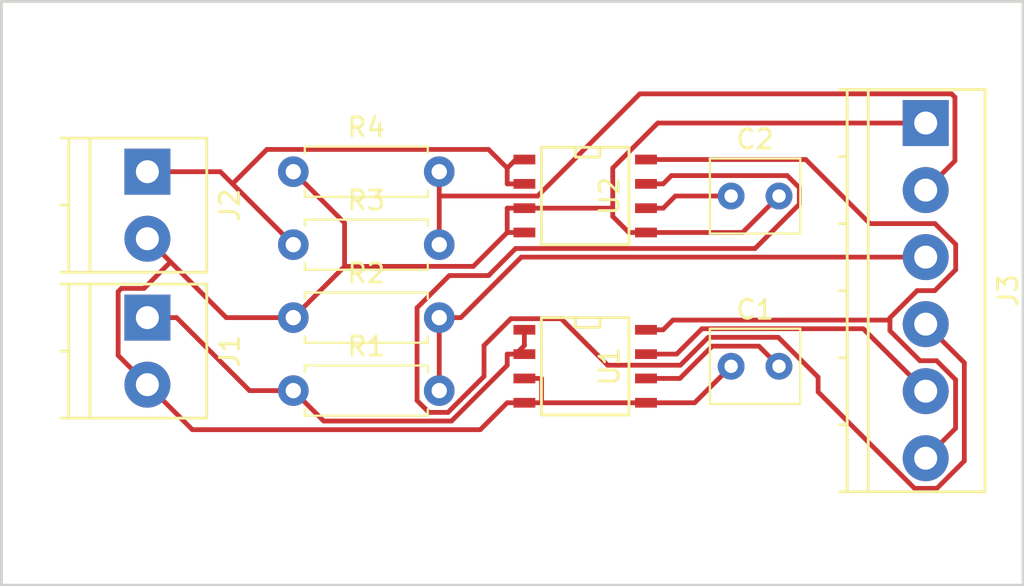
<source format=kicad_pcb>
(kicad_pcb (version 4) (host pcbnew 4.0.6-e0-6349~53~ubuntu16.04.1)

  (general
    (links 28)
    (no_connects 0)
    (area 63.424999 57.074999 117.135 87.705001)
    (thickness 1.6)
    (drawings 4)
    (tracks 132)
    (zones 0)
    (modules 11)
    (nets 11)
  )

  (page A4)
  (title_block
    (title battery-monitor)
    (rev 1)
  )

  (layers
    (0 F.Cu signal)
    (31 B.Cu signal hide)
    (32 B.Adhes user hide)
    (33 F.Adhes user)
    (34 B.Paste user hide)
    (35 F.Paste user)
    (36 B.SilkS user hide)
    (37 F.SilkS user)
    (38 B.Mask user)
    (39 F.Mask user)
    (40 Dwgs.User user)
    (41 Cmts.User user)
    (42 Eco1.User user)
    (43 Eco2.User user)
    (44 Edge.Cuts user)
    (45 Margin user)
    (46 B.CrtYd user)
    (47 F.CrtYd user)
    (48 B.Fab user)
    (49 F.Fab user)
  )

  (setup
    (last_trace_width 0.25)
    (trace_clearance 0.2)
    (zone_clearance 0.508)
    (zone_45_only no)
    (trace_min 0.2)
    (segment_width 0.2)
    (edge_width 0.15)
    (via_size 0.6)
    (via_drill 0.4)
    (via_min_size 0.4)
    (via_min_drill 0.3)
    (uvia_size 0.3)
    (uvia_drill 0.1)
    (uvias_allowed no)
    (uvia_min_size 0.2)
    (uvia_min_drill 0.1)
    (pcb_text_width 0.3)
    (pcb_text_size 1.5 1.5)
    (mod_edge_width 0.15)
    (mod_text_size 1 1)
    (mod_text_width 0.15)
    (pad_size 1.524 1.524)
    (pad_drill 0.762)
    (pad_to_mask_clearance 0.2)
    (aux_axis_origin 0 0)
    (visible_elements FFFFFF7F)
    (pcbplotparams
      (layerselection 0x00000_00000001)
      (usegerberextensions false)
      (excludeedgelayer true)
      (linewidth 0.500000)
      (plotframeref false)
      (viasonmask false)
      (mode 1)
      (useauxorigin false)
      (hpglpennumber 1)
      (hpglpenspeed 20)
      (hpglpendiameter 15)
      (hpglpenoverlay 2)
      (psnegative true)
      (psa4output false)
      (plotreference true)
      (plotvalue true)
      (plotinvisibletext false)
      (padsonsilk false)
      (subtractmaskfromsilk false)
      (outputformat 5)
      (mirror false)
      (drillshape 1)
      (scaleselection 1)
      (outputdirectory ""))
  )

  (net 0 "")
  (net 1 "Net-(J3-Pad6)")
  (net 2 "Net-(J3-Pad5)")
  (net 3 "Net-(C1-Pad2)")
  (net 4 GND)
  (net 5 "Net-(J1-Pad1)")
  (net 6 "Net-(J3-Pad4)")
  (net 7 "Net-(C2-Pad1)")
  (net 8 "Net-(J2-Pad1)")
  (net 9 "Net-(J3-Pad2)")
  (net 10 "Net-(J3-Pad3)")

  (net_class Default "This is the default net class."
    (clearance 0.2)
    (trace_width 0.25)
    (via_dia 0.6)
    (via_drill 0.4)
    (uvia_dia 0.3)
    (uvia_drill 0.1)
    (add_net GND)
    (add_net "Net-(C1-Pad2)")
    (add_net "Net-(C2-Pad1)")
    (add_net "Net-(J1-Pad1)")
    (add_net "Net-(J2-Pad1)")
    (add_net "Net-(J3-Pad2)")
    (add_net "Net-(J3-Pad3)")
    (add_net "Net-(J3-Pad4)")
    (add_net "Net-(J3-Pad5)")
    (add_net "Net-(J3-Pad6)")
  )

  (module SMD_Packages:SOIC-8-N (layer F.Cu) (tedit 0) (tstamp 592BDD29)
    (at 93.98 76.2 270)
    (descr "Module Narrow CMS SOJ 8 pins large")
    (tags "CMS SOJ")
    (path /592BD2BA)
    (attr smd)
    (fp_text reference U1 (at 0 -1.27 270) (layer F.SilkS)
      (effects (font (size 1 1) (thickness 0.15)))
    )
    (fp_text value ACS714LLCTR-30A-T (at 0 1.27 270) (layer F.Fab)
      (effects (font (size 1 1) (thickness 0.15)))
    )
    (fp_line (start -2.54 -2.286) (end 2.54 -2.286) (layer F.SilkS) (width 0.15))
    (fp_line (start 2.54 -2.286) (end 2.54 2.286) (layer F.SilkS) (width 0.15))
    (fp_line (start 2.54 2.286) (end -2.54 2.286) (layer F.SilkS) (width 0.15))
    (fp_line (start -2.54 2.286) (end -2.54 -2.286) (layer F.SilkS) (width 0.15))
    (fp_line (start -2.54 -0.762) (end -2.032 -0.762) (layer F.SilkS) (width 0.15))
    (fp_line (start -2.032 -0.762) (end -2.032 0.508) (layer F.SilkS) (width 0.15))
    (fp_line (start -2.032 0.508) (end -2.54 0.508) (layer F.SilkS) (width 0.15))
    (pad 8 smd rect (at -1.905 -3.175 270) (size 0.508 1.143) (layers F.Cu F.Paste F.Mask)
      (net 1 "Net-(J3-Pad6)"))
    (pad 7 smd rect (at -0.635 -3.175 270) (size 0.508 1.143) (layers F.Cu F.Paste F.Mask)
      (net 2 "Net-(J3-Pad5)"))
    (pad 6 smd rect (at 0.635 -3.175 270) (size 0.508 1.143) (layers F.Cu F.Paste F.Mask)
      (net 3 "Net-(C1-Pad2)"))
    (pad 5 smd rect (at 1.905 -3.175 270) (size 0.508 1.143) (layers F.Cu F.Paste F.Mask)
      (net 4 GND))
    (pad 4 smd rect (at 1.905 3.175 270) (size 0.508 1.143) (layers F.Cu F.Paste F.Mask)
      (net 4 GND))
    (pad 3 smd rect (at 0.635 3.175 270) (size 0.508 1.143) (layers F.Cu F.Paste F.Mask)
      (net 4 GND))
    (pad 2 smd rect (at -0.635 3.175 270) (size 0.508 1.143) (layers F.Cu F.Paste F.Mask)
      (net 5 "Net-(J1-Pad1)"))
    (pad 1 smd rect (at -1.905 3.175 270) (size 0.508 1.143) (layers F.Cu F.Paste F.Mask)
      (net 5 "Net-(J1-Pad1)"))
    (model SMD_Packages.3dshapes/SOIC-8-N.wrl
      (at (xyz 0 0 0))
      (scale (xyz 0.5 0.38 0.5))
      (rotate (xyz 0 0 0))
    )
  )

  (module SMD_Packages:SOIC-8-N (layer F.Cu) (tedit 0) (tstamp 592BDD35)
    (at 93.98 67.31 270)
    (descr "Module Narrow CMS SOJ 8 pins large")
    (tags "CMS SOJ")
    (path /592BD48F)
    (attr smd)
    (fp_text reference U2 (at 0 -1.27 270) (layer F.SilkS)
      (effects (font (size 1 1) (thickness 0.15)))
    )
    (fp_text value ACS714LLCTR-30A-T (at 0 1.27 270) (layer F.Fab)
      (effects (font (size 1 1) (thickness 0.15)))
    )
    (fp_line (start -2.54 -2.286) (end 2.54 -2.286) (layer F.SilkS) (width 0.15))
    (fp_line (start 2.54 -2.286) (end 2.54 2.286) (layer F.SilkS) (width 0.15))
    (fp_line (start 2.54 2.286) (end -2.54 2.286) (layer F.SilkS) (width 0.15))
    (fp_line (start -2.54 2.286) (end -2.54 -2.286) (layer F.SilkS) (width 0.15))
    (fp_line (start -2.54 -0.762) (end -2.032 -0.762) (layer F.SilkS) (width 0.15))
    (fp_line (start -2.032 -0.762) (end -2.032 0.508) (layer F.SilkS) (width 0.15))
    (fp_line (start -2.032 0.508) (end -2.54 0.508) (layer F.SilkS) (width 0.15))
    (pad 8 smd rect (at -1.905 -3.175 270) (size 0.508 1.143) (layers F.Cu F.Paste F.Mask)
      (net 1 "Net-(J3-Pad6)"))
    (pad 7 smd rect (at -0.635 -3.175 270) (size 0.508 1.143) (layers F.Cu F.Paste F.Mask)
      (net 6 "Net-(J3-Pad4)"))
    (pad 6 smd rect (at 0.635 -3.175 270) (size 0.508 1.143) (layers F.Cu F.Paste F.Mask)
      (net 7 "Net-(C2-Pad1)"))
    (pad 5 smd rect (at 1.905 -3.175 270) (size 0.508 1.143) (layers F.Cu F.Paste F.Mask)
      (net 4 GND))
    (pad 4 smd rect (at 1.905 3.175 270) (size 0.508 1.143) (layers F.Cu F.Paste F.Mask)
      (net 4 GND))
    (pad 3 smd rect (at 0.635 3.175 270) (size 0.508 1.143) (layers F.Cu F.Paste F.Mask)
      (net 4 GND))
    (pad 2 smd rect (at -0.635 3.175 270) (size 0.508 1.143) (layers F.Cu F.Paste F.Mask)
      (net 8 "Net-(J2-Pad1)"))
    (pad 1 smd rect (at -1.905 3.175 270) (size 0.508 1.143) (layers F.Cu F.Paste F.Mask)
      (net 8 "Net-(J2-Pad1)"))
    (model SMD_Packages.3dshapes/SOIC-8-N.wrl
      (at (xyz 0 0 0))
      (scale (xyz 0.5 0.38 0.5))
      (rotate (xyz 0 0 0))
    )
  )

  (module Capacitors_THT:C_Rect_L4.6mm_W3.8mm_P2.50mm_MKS02_FKP02 (layer F.Cu) (tedit 5920C257) (tstamp 592C7299)
    (at 101.6 76.2)
    (descr "C, Rect series, Radial, pin pitch=2.50mm, , length*width=4.6*3.8mm^2, Capacitor, http://www.wima.de/DE/WIMA_MKS_02.pdf")
    (tags "C Rect series Radial pin pitch 2.50mm  length 4.6mm width 3.8mm Capacitor")
    (path /592BD64A)
    (fp_text reference C1 (at 1.25 -2.96) (layer F.SilkS)
      (effects (font (size 1 1) (thickness 0.15)))
    )
    (fp_text value C (at 1.25 2.96) (layer F.Fab)
      (effects (font (size 1 1) (thickness 0.15)))
    )
    (fp_text user %R (at 1.25 0) (layer F.Fab)
      (effects (font (size 1 1) (thickness 0.15)))
    )
    (fp_line (start -1.05 -1.9) (end -1.05 1.9) (layer F.Fab) (width 0.1))
    (fp_line (start -1.05 1.9) (end 3.55 1.9) (layer F.Fab) (width 0.1))
    (fp_line (start 3.55 1.9) (end 3.55 -1.9) (layer F.Fab) (width 0.1))
    (fp_line (start 3.55 -1.9) (end -1.05 -1.9) (layer F.Fab) (width 0.1))
    (fp_line (start -1.11 -1.96) (end 3.61 -1.96) (layer F.SilkS) (width 0.12))
    (fp_line (start -1.11 1.96) (end 3.61 1.96) (layer F.SilkS) (width 0.12))
    (fp_line (start -1.11 -1.96) (end -1.11 1.96) (layer F.SilkS) (width 0.12))
    (fp_line (start 3.61 -1.96) (end 3.61 1.96) (layer F.SilkS) (width 0.12))
    (fp_line (start -1.4 -2.25) (end -1.4 2.25) (layer F.CrtYd) (width 0.05))
    (fp_line (start -1.4 2.25) (end 3.9 2.25) (layer F.CrtYd) (width 0.05))
    (fp_line (start 3.9 2.25) (end 3.9 -2.25) (layer F.CrtYd) (width 0.05))
    (fp_line (start 3.9 -2.25) (end -1.4 -2.25) (layer F.CrtYd) (width 0.05))
    (pad 1 thru_hole circle (at 0 0) (size 1.4 1.4) (drill 0.7) (layers *.Cu *.Mask)
      (net 4 GND))
    (pad 2 thru_hole circle (at 2.5 0) (size 1.4 1.4) (drill 0.7) (layers *.Cu *.Mask)
      (net 3 "Net-(C1-Pad2)"))
    (model ${KISYS3DMOD}/Capacitors_THT.3dshapes/C_Rect_L4.6mm_W3.8mm_P2.50mm_MKS02_FKP02.wrl
      (at (xyz 0 0 0))
      (scale (xyz 0.393701 0.393701 0.393701))
      (rotate (xyz 0 0 0))
    )
  )

  (module Capacitors_THT:C_Rect_L4.6mm_W3.8mm_P2.50mm_MKS02_FKP02 (layer F.Cu) (tedit 5920C257) (tstamp 592C729F)
    (at 101.6 67.31)
    (descr "C, Rect series, Radial, pin pitch=2.50mm, , length*width=4.6*3.8mm^2, Capacitor, http://www.wima.de/DE/WIMA_MKS_02.pdf")
    (tags "C Rect series Radial pin pitch 2.50mm  length 4.6mm width 3.8mm Capacitor")
    (path /592BD687)
    (fp_text reference C2 (at 1.25 -2.96) (layer F.SilkS)
      (effects (font (size 1 1) (thickness 0.15)))
    )
    (fp_text value C (at 1.25 2.96) (layer F.Fab)
      (effects (font (size 1 1) (thickness 0.15)))
    )
    (fp_text user %R (at 1.25 0) (layer F.Fab)
      (effects (font (size 1 1) (thickness 0.15)))
    )
    (fp_line (start -1.05 -1.9) (end -1.05 1.9) (layer F.Fab) (width 0.1))
    (fp_line (start -1.05 1.9) (end 3.55 1.9) (layer F.Fab) (width 0.1))
    (fp_line (start 3.55 1.9) (end 3.55 -1.9) (layer F.Fab) (width 0.1))
    (fp_line (start 3.55 -1.9) (end -1.05 -1.9) (layer F.Fab) (width 0.1))
    (fp_line (start -1.11 -1.96) (end 3.61 -1.96) (layer F.SilkS) (width 0.12))
    (fp_line (start -1.11 1.96) (end 3.61 1.96) (layer F.SilkS) (width 0.12))
    (fp_line (start -1.11 -1.96) (end -1.11 1.96) (layer F.SilkS) (width 0.12))
    (fp_line (start 3.61 -1.96) (end 3.61 1.96) (layer F.SilkS) (width 0.12))
    (fp_line (start -1.4 -2.25) (end -1.4 2.25) (layer F.CrtYd) (width 0.05))
    (fp_line (start -1.4 2.25) (end 3.9 2.25) (layer F.CrtYd) (width 0.05))
    (fp_line (start 3.9 2.25) (end 3.9 -2.25) (layer F.CrtYd) (width 0.05))
    (fp_line (start 3.9 -2.25) (end -1.4 -2.25) (layer F.CrtYd) (width 0.05))
    (pad 1 thru_hole circle (at 0 0) (size 1.4 1.4) (drill 0.7) (layers *.Cu *.Mask)
      (net 7 "Net-(C2-Pad1)"))
    (pad 2 thru_hole circle (at 2.5 0) (size 1.4 1.4) (drill 0.7) (layers *.Cu *.Mask)
      (net 4 GND))
    (model ${KISYS3DMOD}/Capacitors_THT.3dshapes/C_Rect_L4.6mm_W3.8mm_P2.50mm_MKS02_FKP02.wrl
      (at (xyz 0 0 0))
      (scale (xyz 0.393701 0.393701 0.393701))
      (rotate (xyz 0 0 0))
    )
  )

  (module Connectors_Terminal_Blocks:TerminalBlock_Pheonix_PT-3.5mm_6pol (layer F.Cu) (tedit 0) (tstamp 592C7303)
    (at 111.76 63.5 270)
    (descr "6-way 3.5mm pitch terminal block, Phoenix PT series")
    (path /592BDD75)
    (fp_text reference J3 (at 8.75 -4.3 270) (layer F.SilkS)
      (effects (font (size 1 1) (thickness 0.15)))
    )
    (fp_text value Screw_Terminal_1x06 (at 8.75 6 270) (layer F.Fab)
      (effects (font (size 1 1) (thickness 0.15)))
    )
    (fp_line (start -1.9 -3.3) (end 19.4 -3.3) (layer F.CrtYd) (width 0.05))
    (fp_line (start -1.9 4.7) (end -1.9 -3.3) (layer F.CrtYd) (width 0.05))
    (fp_line (start 19.4 4.7) (end -1.9 4.7) (layer F.CrtYd) (width 0.05))
    (fp_line (start 19.4 -3.3) (end 19.4 4.7) (layer F.CrtYd) (width 0.05))
    (fp_line (start 15.75 4.1) (end 15.75 4.5) (layer F.SilkS) (width 0.15))
    (fp_line (start 12.25 4.1) (end 12.25 4.5) (layer F.SilkS) (width 0.15))
    (fp_line (start 1.75 4.1) (end 1.75 4.5) (layer F.SilkS) (width 0.15))
    (fp_line (start 5.25 4.1) (end 5.25 4.5) (layer F.SilkS) (width 0.15))
    (fp_line (start 8.75 4.1) (end 8.75 4.5) (layer F.SilkS) (width 0.15))
    (fp_line (start -1.75 3) (end 19.25 3) (layer F.SilkS) (width 0.15))
    (fp_line (start -1.75 4.1) (end 19.25 4.1) (layer F.SilkS) (width 0.15))
    (fp_line (start -1.75 -3.1) (end -1.75 4.5) (layer F.SilkS) (width 0.15))
    (fp_line (start 19.25 4.5) (end 19.25 -3.1) (layer F.SilkS) (width 0.15))
    (fp_line (start 19.25 -3.1) (end -1.75 -3.1) (layer F.SilkS) (width 0.15))
    (pad 2 thru_hole circle (at 3.5 0 270) (size 2.4 2.4) (drill 1.2) (layers *.Cu *.Mask)
      (net 9 "Net-(J3-Pad2)"))
    (pad 1 thru_hole rect (at 0 0 270) (size 2.4 2.4) (drill 1.2) (layers *.Cu *.Mask)
      (net 4 GND))
    (pad 3 thru_hole circle (at 7 0 270) (size 2.4 2.4) (drill 1.2) (layers *.Cu *.Mask)
      (net 10 "Net-(J3-Pad3)"))
    (pad 4 thru_hole circle (at 10.5 0 270) (size 2.4 2.4) (drill 1.2) (layers *.Cu *.Mask)
      (net 6 "Net-(J3-Pad4)"))
    (pad 5 thru_hole circle (at 14 0 270) (size 2.4 2.4) (drill 1.2) (layers *.Cu *.Mask)
      (net 2 "Net-(J3-Pad5)"))
    (pad 6 thru_hole circle (at 17.5 0 270) (size 2.4 2.4) (drill 1.2) (layers *.Cu *.Mask)
      (net 1 "Net-(J3-Pad6)"))
    (model Terminal_Blocks.3dshapes/TerminalBlock_Pheonix_PT-3.5mm_6pol.wrl
      (at (xyz 0 0 0))
      (scale (xyz 1 1 1))
      (rotate (xyz 0 0 0))
    )
  )

  (module Resistors_THT:R_Axial_DIN0207_L6.3mm_D2.5mm_P7.62mm_Horizontal (layer F.Cu) (tedit 5874F706) (tstamp 592C7319)
    (at 78.74 77.47)
    (descr "Resistor, Axial_DIN0207 series, Axial, Horizontal, pin pitch=7.62mm, 0.25W = 1/4W, length*diameter=6.3*2.5mm^2, http://cdn-reichelt.de/documents/datenblatt/B400/1_4W%23YAG.pdf")
    (tags "Resistor Axial_DIN0207 series Axial Horizontal pin pitch 7.62mm 0.25W = 1/4W length 6.3mm diameter 2.5mm")
    (path /592BBAE9)
    (fp_text reference R1 (at 3.81 -2.31) (layer F.SilkS)
      (effects (font (size 1 1) (thickness 0.15)))
    )
    (fp_text value R (at 3.81 2.31) (layer F.Fab)
      (effects (font (size 1 1) (thickness 0.15)))
    )
    (fp_line (start 0.66 -1.25) (end 0.66 1.25) (layer F.Fab) (width 0.1))
    (fp_line (start 0.66 1.25) (end 6.96 1.25) (layer F.Fab) (width 0.1))
    (fp_line (start 6.96 1.25) (end 6.96 -1.25) (layer F.Fab) (width 0.1))
    (fp_line (start 6.96 -1.25) (end 0.66 -1.25) (layer F.Fab) (width 0.1))
    (fp_line (start 0 0) (end 0.66 0) (layer F.Fab) (width 0.1))
    (fp_line (start 7.62 0) (end 6.96 0) (layer F.Fab) (width 0.1))
    (fp_line (start 0.6 -0.98) (end 0.6 -1.31) (layer F.SilkS) (width 0.12))
    (fp_line (start 0.6 -1.31) (end 7.02 -1.31) (layer F.SilkS) (width 0.12))
    (fp_line (start 7.02 -1.31) (end 7.02 -0.98) (layer F.SilkS) (width 0.12))
    (fp_line (start 0.6 0.98) (end 0.6 1.31) (layer F.SilkS) (width 0.12))
    (fp_line (start 0.6 1.31) (end 7.02 1.31) (layer F.SilkS) (width 0.12))
    (fp_line (start 7.02 1.31) (end 7.02 0.98) (layer F.SilkS) (width 0.12))
    (fp_line (start -1.05 -1.6) (end -1.05 1.6) (layer F.CrtYd) (width 0.05))
    (fp_line (start -1.05 1.6) (end 8.7 1.6) (layer F.CrtYd) (width 0.05))
    (fp_line (start 8.7 1.6) (end 8.7 -1.6) (layer F.CrtYd) (width 0.05))
    (fp_line (start 8.7 -1.6) (end -1.05 -1.6) (layer F.CrtYd) (width 0.05))
    (pad 1 thru_hole circle (at 0 0) (size 1.6 1.6) (drill 0.8) (layers *.Cu *.Mask)
      (net 5 "Net-(J1-Pad1)"))
    (pad 2 thru_hole oval (at 7.62 0) (size 1.6 1.6) (drill 0.8) (layers *.Cu *.Mask)
      (net 10 "Net-(J3-Pad3)"))
    (model Resistors_THT.3dshapes/R_Axial_DIN0207_L6.3mm_D2.5mm_P7.62mm_Horizontal.wrl
      (at (xyz 0 0 0))
      (scale (xyz 0.393701 0.393701 0.393701))
      (rotate (xyz 0 0 0))
    )
  )

  (module Resistors_THT:R_Axial_DIN0207_L6.3mm_D2.5mm_P7.62mm_Horizontal (layer F.Cu) (tedit 5874F706) (tstamp 592C732F)
    (at 78.74 73.66)
    (descr "Resistor, Axial_DIN0207 series, Axial, Horizontal, pin pitch=7.62mm, 0.25W = 1/4W, length*diameter=6.3*2.5mm^2, http://cdn-reichelt.de/documents/datenblatt/B400/1_4W%23YAG.pdf")
    (tags "Resistor Axial_DIN0207 series Axial Horizontal pin pitch 7.62mm 0.25W = 1/4W length 6.3mm diameter 2.5mm")
    (path /592BBB37)
    (fp_text reference R2 (at 3.81 -2.31) (layer F.SilkS)
      (effects (font (size 1 1) (thickness 0.15)))
    )
    (fp_text value R (at 3.81 2.31) (layer F.Fab)
      (effects (font (size 1 1) (thickness 0.15)))
    )
    (fp_line (start 0.66 -1.25) (end 0.66 1.25) (layer F.Fab) (width 0.1))
    (fp_line (start 0.66 1.25) (end 6.96 1.25) (layer F.Fab) (width 0.1))
    (fp_line (start 6.96 1.25) (end 6.96 -1.25) (layer F.Fab) (width 0.1))
    (fp_line (start 6.96 -1.25) (end 0.66 -1.25) (layer F.Fab) (width 0.1))
    (fp_line (start 0 0) (end 0.66 0) (layer F.Fab) (width 0.1))
    (fp_line (start 7.62 0) (end 6.96 0) (layer F.Fab) (width 0.1))
    (fp_line (start 0.6 -0.98) (end 0.6 -1.31) (layer F.SilkS) (width 0.12))
    (fp_line (start 0.6 -1.31) (end 7.02 -1.31) (layer F.SilkS) (width 0.12))
    (fp_line (start 7.02 -1.31) (end 7.02 -0.98) (layer F.SilkS) (width 0.12))
    (fp_line (start 0.6 0.98) (end 0.6 1.31) (layer F.SilkS) (width 0.12))
    (fp_line (start 0.6 1.31) (end 7.02 1.31) (layer F.SilkS) (width 0.12))
    (fp_line (start 7.02 1.31) (end 7.02 0.98) (layer F.SilkS) (width 0.12))
    (fp_line (start -1.05 -1.6) (end -1.05 1.6) (layer F.CrtYd) (width 0.05))
    (fp_line (start -1.05 1.6) (end 8.7 1.6) (layer F.CrtYd) (width 0.05))
    (fp_line (start 8.7 1.6) (end 8.7 -1.6) (layer F.CrtYd) (width 0.05))
    (fp_line (start 8.7 -1.6) (end -1.05 -1.6) (layer F.CrtYd) (width 0.05))
    (pad 1 thru_hole circle (at 0 0) (size 1.6 1.6) (drill 0.8) (layers *.Cu *.Mask)
      (net 4 GND))
    (pad 2 thru_hole oval (at 7.62 0) (size 1.6 1.6) (drill 0.8) (layers *.Cu *.Mask)
      (net 10 "Net-(J3-Pad3)"))
    (model Resistors_THT.3dshapes/R_Axial_DIN0207_L6.3mm_D2.5mm_P7.62mm_Horizontal.wrl
      (at (xyz 0 0 0))
      (scale (xyz 0.393701 0.393701 0.393701))
      (rotate (xyz 0 0 0))
    )
  )

  (module Resistors_THT:R_Axial_DIN0207_L6.3mm_D2.5mm_P7.62mm_Horizontal (layer F.Cu) (tedit 5874F706) (tstamp 592C7345)
    (at 78.74 69.85)
    (descr "Resistor, Axial_DIN0207 series, Axial, Horizontal, pin pitch=7.62mm, 0.25W = 1/4W, length*diameter=6.3*2.5mm^2, http://cdn-reichelt.de/documents/datenblatt/B400/1_4W%23YAG.pdf")
    (tags "Resistor Axial_DIN0207 series Axial Horizontal pin pitch 7.62mm 0.25W = 1/4W length 6.3mm diameter 2.5mm")
    (path /592BBB5A)
    (fp_text reference R3 (at 3.81 -2.31) (layer F.SilkS)
      (effects (font (size 1 1) (thickness 0.15)))
    )
    (fp_text value R (at 3.81 2.31) (layer F.Fab)
      (effects (font (size 1 1) (thickness 0.15)))
    )
    (fp_line (start 0.66 -1.25) (end 0.66 1.25) (layer F.Fab) (width 0.1))
    (fp_line (start 0.66 1.25) (end 6.96 1.25) (layer F.Fab) (width 0.1))
    (fp_line (start 6.96 1.25) (end 6.96 -1.25) (layer F.Fab) (width 0.1))
    (fp_line (start 6.96 -1.25) (end 0.66 -1.25) (layer F.Fab) (width 0.1))
    (fp_line (start 0 0) (end 0.66 0) (layer F.Fab) (width 0.1))
    (fp_line (start 7.62 0) (end 6.96 0) (layer F.Fab) (width 0.1))
    (fp_line (start 0.6 -0.98) (end 0.6 -1.31) (layer F.SilkS) (width 0.12))
    (fp_line (start 0.6 -1.31) (end 7.02 -1.31) (layer F.SilkS) (width 0.12))
    (fp_line (start 7.02 -1.31) (end 7.02 -0.98) (layer F.SilkS) (width 0.12))
    (fp_line (start 0.6 0.98) (end 0.6 1.31) (layer F.SilkS) (width 0.12))
    (fp_line (start 0.6 1.31) (end 7.02 1.31) (layer F.SilkS) (width 0.12))
    (fp_line (start 7.02 1.31) (end 7.02 0.98) (layer F.SilkS) (width 0.12))
    (fp_line (start -1.05 -1.6) (end -1.05 1.6) (layer F.CrtYd) (width 0.05))
    (fp_line (start -1.05 1.6) (end 8.7 1.6) (layer F.CrtYd) (width 0.05))
    (fp_line (start 8.7 1.6) (end 8.7 -1.6) (layer F.CrtYd) (width 0.05))
    (fp_line (start 8.7 -1.6) (end -1.05 -1.6) (layer F.CrtYd) (width 0.05))
    (pad 1 thru_hole circle (at 0 0) (size 1.6 1.6) (drill 0.8) (layers *.Cu *.Mask)
      (net 8 "Net-(J2-Pad1)"))
    (pad 2 thru_hole oval (at 7.62 0) (size 1.6 1.6) (drill 0.8) (layers *.Cu *.Mask)
      (net 9 "Net-(J3-Pad2)"))
    (model Resistors_THT.3dshapes/R_Axial_DIN0207_L6.3mm_D2.5mm_P7.62mm_Horizontal.wrl
      (at (xyz 0 0 0))
      (scale (xyz 0.393701 0.393701 0.393701))
      (rotate (xyz 0 0 0))
    )
  )

  (module Resistors_THT:R_Axial_DIN0207_L6.3mm_D2.5mm_P7.62mm_Horizontal (layer F.Cu) (tedit 5874F706) (tstamp 592C735B)
    (at 78.74 66.04)
    (descr "Resistor, Axial_DIN0207 series, Axial, Horizontal, pin pitch=7.62mm, 0.25W = 1/4W, length*diameter=6.3*2.5mm^2, http://cdn-reichelt.de/documents/datenblatt/B400/1_4W%23YAG.pdf")
    (tags "Resistor Axial_DIN0207 series Axial Horizontal pin pitch 7.62mm 0.25W = 1/4W length 6.3mm diameter 2.5mm")
    (path /592BBB80)
    (fp_text reference R4 (at 3.81 -2.31) (layer F.SilkS)
      (effects (font (size 1 1) (thickness 0.15)))
    )
    (fp_text value R (at 3.81 2.31) (layer F.Fab)
      (effects (font (size 1 1) (thickness 0.15)))
    )
    (fp_line (start 0.66 -1.25) (end 0.66 1.25) (layer F.Fab) (width 0.1))
    (fp_line (start 0.66 1.25) (end 6.96 1.25) (layer F.Fab) (width 0.1))
    (fp_line (start 6.96 1.25) (end 6.96 -1.25) (layer F.Fab) (width 0.1))
    (fp_line (start 6.96 -1.25) (end 0.66 -1.25) (layer F.Fab) (width 0.1))
    (fp_line (start 0 0) (end 0.66 0) (layer F.Fab) (width 0.1))
    (fp_line (start 7.62 0) (end 6.96 0) (layer F.Fab) (width 0.1))
    (fp_line (start 0.6 -0.98) (end 0.6 -1.31) (layer F.SilkS) (width 0.12))
    (fp_line (start 0.6 -1.31) (end 7.02 -1.31) (layer F.SilkS) (width 0.12))
    (fp_line (start 7.02 -1.31) (end 7.02 -0.98) (layer F.SilkS) (width 0.12))
    (fp_line (start 0.6 0.98) (end 0.6 1.31) (layer F.SilkS) (width 0.12))
    (fp_line (start 0.6 1.31) (end 7.02 1.31) (layer F.SilkS) (width 0.12))
    (fp_line (start 7.02 1.31) (end 7.02 0.98) (layer F.SilkS) (width 0.12))
    (fp_line (start -1.05 -1.6) (end -1.05 1.6) (layer F.CrtYd) (width 0.05))
    (fp_line (start -1.05 1.6) (end 8.7 1.6) (layer F.CrtYd) (width 0.05))
    (fp_line (start 8.7 1.6) (end 8.7 -1.6) (layer F.CrtYd) (width 0.05))
    (fp_line (start 8.7 -1.6) (end -1.05 -1.6) (layer F.CrtYd) (width 0.05))
    (pad 1 thru_hole circle (at 0 0) (size 1.6 1.6) (drill 0.8) (layers *.Cu *.Mask)
      (net 4 GND))
    (pad 2 thru_hole oval (at 7.62 0) (size 1.6 1.6) (drill 0.8) (layers *.Cu *.Mask)
      (net 9 "Net-(J3-Pad2)"))
    (model Resistors_THT.3dshapes/R_Axial_DIN0207_L6.3mm_D2.5mm_P7.62mm_Horizontal.wrl
      (at (xyz 0 0 0))
      (scale (xyz 0.393701 0.393701 0.393701))
      (rotate (xyz 0 0 0))
    )
  )

  (module Connectors_Terminal_Blocks:TerminalBlock_Pheonix_PT-3.5mm_2pol (layer F.Cu) (tedit 0) (tstamp 592C72C5)
    (at 71.12 73.66 270)
    (descr "2-way 3.5mm pitch terminal block, Phoenix PT series")
    (path /592BBA76)
    (fp_text reference J1 (at 1.75 -4.3 270) (layer F.SilkS)
      (effects (font (size 1 1) (thickness 0.15)))
    )
    (fp_text value Screw_Terminal_1x02 (at 1.75 6 270) (layer F.Fab)
      (effects (font (size 1 1) (thickness 0.15)))
    )
    (fp_line (start -1.9 -3.3) (end 5.4 -3.3) (layer F.CrtYd) (width 0.05))
    (fp_line (start -1.9 4.7) (end -1.9 -3.3) (layer F.CrtYd) (width 0.05))
    (fp_line (start 5.4 4.7) (end -1.9 4.7) (layer F.CrtYd) (width 0.05))
    (fp_line (start 5.4 -3.3) (end 5.4 4.7) (layer F.CrtYd) (width 0.05))
    (fp_line (start 1.75 4.1) (end 1.75 4.5) (layer F.SilkS) (width 0.15))
    (fp_line (start -1.75 3) (end 5.25 3) (layer F.SilkS) (width 0.15))
    (fp_line (start -1.75 4.1) (end 5.25 4.1) (layer F.SilkS) (width 0.15))
    (fp_line (start -1.75 -3.1) (end -1.75 4.5) (layer F.SilkS) (width 0.15))
    (fp_line (start 5.25 4.5) (end 5.25 -3.1) (layer F.SilkS) (width 0.15))
    (fp_line (start 5.25 -3.1) (end -1.75 -3.1) (layer F.SilkS) (width 0.15))
    (pad 2 thru_hole circle (at 3.5 0 270) (size 2.4 2.4) (drill 1.2) (layers *.Cu *.Mask)
      (net 4 GND))
    (pad 1 thru_hole rect (at 0 0 270) (size 2.4 2.4) (drill 1.2) (layers *.Cu *.Mask)
      (net 5 "Net-(J1-Pad1)"))
    (model Terminal_Blocks.3dshapes/TerminalBlock_Pheonix_PT-3.5mm_2pol.wrl
      (at (xyz 0 0 0))
      (scale (xyz 1 1 1))
      (rotate (xyz 0 0 0))
    )
  )

  (module Connectors_Terminal_Blocks:TerminalBlock_Pheonix_PT-3.5mm_2pol (layer F.Cu) (tedit 0) (tstamp 592C72EB)
    (at 71.12 66.04 270)
    (descr "2-way 3.5mm pitch terminal block, Phoenix PT series")
    (path /592BBAA2)
    (fp_text reference J2 (at 1.75 -4.3 270) (layer F.SilkS)
      (effects (font (size 1 1) (thickness 0.15)))
    )
    (fp_text value Screw_Terminal_1x02 (at 1.75 6 270) (layer F.Fab)
      (effects (font (size 1 1) (thickness 0.15)))
    )
    (fp_line (start -1.9 -3.3) (end 5.4 -3.3) (layer F.CrtYd) (width 0.05))
    (fp_line (start -1.9 4.7) (end -1.9 -3.3) (layer F.CrtYd) (width 0.05))
    (fp_line (start 5.4 4.7) (end -1.9 4.7) (layer F.CrtYd) (width 0.05))
    (fp_line (start 5.4 -3.3) (end 5.4 4.7) (layer F.CrtYd) (width 0.05))
    (fp_line (start 1.75 4.1) (end 1.75 4.5) (layer F.SilkS) (width 0.15))
    (fp_line (start -1.75 3) (end 5.25 3) (layer F.SilkS) (width 0.15))
    (fp_line (start -1.75 4.1) (end 5.25 4.1) (layer F.SilkS) (width 0.15))
    (fp_line (start -1.75 -3.1) (end -1.75 4.5) (layer F.SilkS) (width 0.15))
    (fp_line (start 5.25 4.5) (end 5.25 -3.1) (layer F.SilkS) (width 0.15))
    (fp_line (start 5.25 -3.1) (end -1.75 -3.1) (layer F.SilkS) (width 0.15))
    (pad 2 thru_hole circle (at 3.5 0 270) (size 2.4 2.4) (drill 1.2) (layers *.Cu *.Mask)
      (net 4 GND))
    (pad 1 thru_hole rect (at 0 0 270) (size 2.4 2.4) (drill 1.2) (layers *.Cu *.Mask)
      (net 8 "Net-(J2-Pad1)"))
    (model Terminal_Blocks.3dshapes/TerminalBlock_Pheonix_PT-3.5mm_2pol.wrl
      (at (xyz 0 0 0))
      (scale (xyz 1 1 1))
      (rotate (xyz 0 0 0))
    )
  )

  (gr_line (start 63.5 87.63) (end 63.5 57.15) (angle 90) (layer Edge.Cuts) (width 0.15))
  (gr_line (start 116.84 87.63) (end 63.5 87.63) (angle 90) (layer Edge.Cuts) (width 0.15))
  (gr_line (start 116.84 57.15) (end 116.84 87.63) (angle 90) (layer Edge.Cuts) (width 0.15))
  (gr_line (start 63.5 57.15) (end 116.84 57.15) (angle 90) (layer Edge.Cuts) (width 0.15))

  (segment (start 97.155 74.295) (end 98.0518 74.295) (width 0.25) (layer F.Cu) (net 1))
  (segment (start 98.5584 73.7884) (end 98.0518 74.295) (width 0.25) (layer F.Cu) (net 1))
  (segment (start 109.8921 73.7884) (end 98.5584 73.7884) (width 0.25) (layer F.Cu) (net 1))
  (segment (start 109.8921 74.3446) (end 109.8921 73.7884) (width 0.25) (layer F.Cu) (net 1))
  (segment (start 111.4568 75.9093) (end 109.8921 74.3446) (width 0.25) (layer F.Cu) (net 1))
  (segment (start 112.3284 75.9093) (end 111.4568 75.9093) (width 0.25) (layer F.Cu) (net 1))
  (segment (start 113.3192 76.9001) (end 112.3284 75.9093) (width 0.25) (layer F.Cu) (net 1))
  (segment (start 113.3192 79.4408) (end 113.3192 76.9001) (width 0.25) (layer F.Cu) (net 1))
  (segment (start 111.76 81) (end 113.3192 79.4408) (width 0.25) (layer F.Cu) (net 1))
  (segment (start 105.4969 65.405) (end 97.155 65.405) (width 0.25) (layer F.Cu) (net 1))
  (segment (start 108.8419 68.75) (end 105.4969 65.405) (width 0.25) (layer F.Cu) (net 1))
  (segment (start 112.2397 68.75) (end 108.8419 68.75) (width 0.25) (layer F.Cu) (net 1))
  (segment (start 113.3255 69.8358) (end 112.2397 68.75) (width 0.25) (layer F.Cu) (net 1))
  (segment (start 113.3255 71.1581) (end 113.3255 69.8358) (width 0.25) (layer F.Cu) (net 1))
  (segment (start 112.2336 72.25) (end 113.3255 71.1581) (width 0.25) (layer F.Cu) (net 1))
  (segment (start 111.3136 72.25) (end 112.2336 72.25) (width 0.25) (layer F.Cu) (net 1))
  (segment (start 109.8921 73.6715) (end 111.3136 72.25) (width 0.25) (layer F.Cu) (net 1))
  (segment (start 109.8921 73.7884) (end 109.8921 73.6715) (width 0.25) (layer F.Cu) (net 1))
  (segment (start 98.7542 75.565) (end 97.155 75.565) (width 0.25) (layer F.Cu) (net 2))
  (segment (start 100.0805 74.2387) (end 98.7542 75.565) (width 0.25) (layer F.Cu) (net 2))
  (segment (start 108.4987 74.2387) (end 100.0805 74.2387) (width 0.25) (layer F.Cu) (net 2))
  (segment (start 111.76 77.5) (end 108.4987 74.2387) (width 0.25) (layer F.Cu) (net 2))
  (segment (start 97.155 76.835) (end 98.0518 76.835) (width 0.25) (layer F.Cu) (net 3))
  (segment (start 103.0505 75.1505) (end 104.1 76.2) (width 0.25) (layer F.Cu) (net 3))
  (segment (start 100.6074 75.1505) (end 103.0505 75.1505) (width 0.25) (layer F.Cu) (net 3))
  (segment (start 98.9229 76.835) (end 100.6074 75.1505) (width 0.25) (layer F.Cu) (net 3))
  (segment (start 98.0518 76.835) (end 98.9229 76.835) (width 0.25) (layer F.Cu) (net 3))
  (segment (start 70.9456 72.1346) (end 72.3301 70.7501) (width 0.25) (layer F.Cu) (net 4))
  (segment (start 69.7635 72.1346) (end 70.9456 72.1346) (width 0.25) (layer F.Cu) (net 4))
  (segment (start 69.5946 72.3035) (end 69.7635 72.1346) (width 0.25) (layer F.Cu) (net 4))
  (segment (start 69.5946 75.6346) (end 69.5946 72.3035) (width 0.25) (layer F.Cu) (net 4))
  (segment (start 71.12 77.16) (end 69.5946 75.6346) (width 0.25) (layer F.Cu) (net 4))
  (segment (start 72.3301 70.7501) (end 71.12 69.54) (width 0.25) (layer F.Cu) (net 4))
  (segment (start 99.695 78.105) (end 97.155 78.105) (width 0.25) (layer F.Cu) (net 4))
  (segment (start 101.6 76.2) (end 99.695 78.105) (width 0.25) (layer F.Cu) (net 4))
  (segment (start 91.7018 76.835) (end 91.7018 78.105) (width 0.25) (layer F.Cu) (net 4))
  (segment (start 90.805 76.835) (end 91.7018 76.835) (width 0.25) (layer F.Cu) (net 4))
  (segment (start 91.2534 78.105) (end 91.7018 78.105) (width 0.25) (layer F.Cu) (net 4))
  (segment (start 91.7018 78.105) (end 97.155 78.105) (width 0.25) (layer F.Cu) (net 4))
  (segment (start 91.0292 78.105) (end 91.2534 78.105) (width 0.25) (layer F.Cu) (net 4))
  (segment (start 91.0292 78.105) (end 90.805 78.105) (width 0.25) (layer F.Cu) (net 4))
  (segment (start 90.805 78.105) (end 89.9082 78.105) (width 0.25) (layer F.Cu) (net 4))
  (segment (start 88.5041 79.5091) (end 89.9082 78.105) (width 0.25) (layer F.Cu) (net 4))
  (segment (start 73.4691 79.5091) (end 88.5041 79.5091) (width 0.25) (layer F.Cu) (net 4))
  (segment (start 71.12 77.16) (end 73.4691 79.5091) (width 0.25) (layer F.Cu) (net 4))
  (segment (start 102.195 69.215) (end 97.155 69.215) (width 0.25) (layer F.Cu) (net 4))
  (segment (start 104.1 67.31) (end 102.195 69.215) (width 0.25) (layer F.Cu) (net 4))
  (segment (start 97.155 69.215) (end 96.2582 69.215) (width 0.25) (layer F.Cu) (net 4))
  (segment (start 75.24 73.66) (end 72.3301 70.7501) (width 0.25) (layer F.Cu) (net 4))
  (segment (start 78.74 73.66) (end 75.24 73.66) (width 0.25) (layer F.Cu) (net 4))
  (segment (start 81.4159 68.7159) (end 81.4159 70.9841) (width 0.25) (layer F.Cu) (net 4))
  (segment (start 78.74 66.04) (end 81.4159 68.7159) (width 0.25) (layer F.Cu) (net 4))
  (segment (start 78.74 73.66) (end 81.4159 70.9841) (width 0.25) (layer F.Cu) (net 4))
  (segment (start 88.1391 70.9841) (end 89.9082 69.215) (width 0.25) (layer F.Cu) (net 4))
  (segment (start 81.4159 70.9841) (end 88.1391 70.9841) (width 0.25) (layer F.Cu) (net 4))
  (segment (start 90.805 69.215) (end 89.9102 69.215) (width 0.25) (layer F.Cu) (net 4))
  (segment (start 89.9102 69.215) (end 89.9082 69.215) (width 0.25) (layer F.Cu) (net 4))
  (segment (start 89.9082 69.213) (end 89.9082 67.945) (width 0.25) (layer F.Cu) (net 4))
  (segment (start 89.9102 69.215) (end 89.9082 69.213) (width 0.25) (layer F.Cu) (net 4))
  (segment (start 90.805 67.945) (end 89.9082 67.945) (width 0.25) (layer F.Cu) (net 4))
  (segment (start 90.805 67.945) (end 91.7018 67.945) (width 0.25) (layer F.Cu) (net 4))
  (segment (start 95.4182 67.945) (end 91.7018 67.945) (width 0.25) (layer F.Cu) (net 4))
  (segment (start 95.4182 65.8505) (end 95.4182 67.945) (width 0.25) (layer F.Cu) (net 4))
  (segment (start 97.7687 63.5) (end 95.4182 65.8505) (width 0.25) (layer F.Cu) (net 4))
  (segment (start 111.76 63.5) (end 97.7687 63.5) (width 0.25) (layer F.Cu) (net 4))
  (segment (start 95.4182 68.375) (end 96.2582 69.215) (width 0.25) (layer F.Cu) (net 4))
  (segment (start 95.4182 67.945) (end 95.4182 68.375) (width 0.25) (layer F.Cu) (net 4))
  (segment (start 71.12 73.66) (end 72.6453 73.66) (width 0.25) (layer F.Cu) (net 5))
  (segment (start 76.4553 77.47) (end 78.74 77.47) (width 0.25) (layer F.Cu) (net 5))
  (segment (start 72.6453 73.66) (end 76.4553 77.47) (width 0.25) (layer F.Cu) (net 5))
  (segment (start 89.9082 76.1503) (end 89.9082 75.565) (width 0.25) (layer F.Cu) (net 5))
  (segment (start 86.9997 79.0588) (end 89.9082 76.1503) (width 0.25) (layer F.Cu) (net 5))
  (segment (start 80.3288 79.0588) (end 86.9997 79.0588) (width 0.25) (layer F.Cu) (net 5))
  (segment (start 78.74 77.47) (end 80.3288 79.0588) (width 0.25) (layer F.Cu) (net 5))
  (segment (start 90.805 75.565) (end 90.3566 75.565) (width 0.25) (layer F.Cu) (net 5))
  (segment (start 90.3566 75.565) (end 89.9082 75.565) (width 0.25) (layer F.Cu) (net 5))
  (segment (start 90.805 75.1166) (end 90.805 74.295) (width 0.25) (layer F.Cu) (net 5))
  (segment (start 90.3566 75.565) (end 90.805 75.1166) (width 0.25) (layer F.Cu) (net 5))
  (segment (start 97.155 66.675) (end 98.0518 66.675) (width 0.25) (layer F.Cu) (net 6))
  (segment (start 98.4834 66.2434) (end 98.0518 66.675) (width 0.25) (layer F.Cu) (net 6))
  (segment (start 104.5291 66.2434) (end 98.4834 66.2434) (width 0.25) (layer F.Cu) (net 6))
  (segment (start 105.1607 66.875) (end 104.5291 66.2434) (width 0.25) (layer F.Cu) (net 6))
  (segment (start 105.1607 67.7411) (end 105.1607 66.875) (width 0.25) (layer F.Cu) (net 6))
  (segment (start 102.8522 70.0496) (end 105.1607 67.7411) (width 0.25) (layer F.Cu) (net 6))
  (segment (start 90.3473 70.0496) (end 102.8522 70.0496) (width 0.25) (layer F.Cu) (net 6))
  (segment (start 88.9332 71.4637) (end 90.3473 70.0496) (width 0.25) (layer F.Cu) (net 6))
  (segment (start 86.8853 71.4637) (end 88.9332 71.4637) (width 0.25) (layer F.Cu) (net 6))
  (segment (start 85.2021 73.1469) (end 86.8853 71.4637) (width 0.25) (layer F.Cu) (net 6))
  (segment (start 85.2021 77.9904) (end 85.2021 73.1469) (width 0.25) (layer F.Cu) (net 6))
  (segment (start 85.8202 78.6085) (end 85.2021 77.9904) (width 0.25) (layer F.Cu) (net 6))
  (segment (start 86.8131 78.6085) (end 85.8202 78.6085) (width 0.25) (layer F.Cu) (net 6))
  (segment (start 88.6984 76.7232) (end 86.8131 78.6085) (width 0.25) (layer F.Cu) (net 6))
  (segment (start 88.6984 75.116) (end 88.6984 76.7232) (width 0.25) (layer F.Cu) (net 6))
  (segment (start 90.0988 73.7156) (end 88.6984 75.116) (width 0.25) (layer F.Cu) (net 6))
  (segment (start 92.7266 73.7156) (end 90.0988 73.7156) (width 0.25) (layer F.Cu) (net 6))
  (segment (start 95.1554 76.1444) (end 92.7266 73.7156) (width 0.25) (layer F.Cu) (net 6))
  (segment (start 98.9497 76.1444) (end 95.1554 76.1444) (width 0.25) (layer F.Cu) (net 6))
  (segment (start 100.4051 74.689) (end 98.9497 76.1444) (width 0.25) (layer F.Cu) (net 6))
  (segment (start 104.0638 74.689) (end 100.4051 74.689) (width 0.25) (layer F.Cu) (net 6))
  (segment (start 106.1433 76.7685) (end 104.0638 74.689) (width 0.25) (layer F.Cu) (net 6))
  (segment (start 106.1433 77.5412) (end 106.1433 76.7685) (width 0.25) (layer F.Cu) (net 6))
  (segment (start 111.1756 82.5735) (end 106.1433 77.5412) (width 0.25) (layer F.Cu) (net 6))
  (segment (start 112.3438 82.5735) (end 111.1756 82.5735) (width 0.25) (layer F.Cu) (net 6))
  (segment (start 113.7759 81.1414) (end 112.3438 82.5735) (width 0.25) (layer F.Cu) (net 6))
  (segment (start 113.7759 76.0159) (end 113.7759 81.1414) (width 0.25) (layer F.Cu) (net 6))
  (segment (start 111.76 74) (end 113.7759 76.0159) (width 0.25) (layer F.Cu) (net 6))
  (segment (start 98.6868 67.31) (end 98.0518 67.945) (width 0.25) (layer F.Cu) (net 7))
  (segment (start 101.6 67.31) (end 98.6868 67.31) (width 0.25) (layer F.Cu) (net 7))
  (segment (start 97.155 67.945) (end 98.0518 67.945) (width 0.25) (layer F.Cu) (net 7))
  (segment (start 90.805 65.405) (end 90.3566 65.405) (width 0.25) (layer F.Cu) (net 8))
  (segment (start 90.805 66.675) (end 89.9082 66.675) (width 0.25) (layer F.Cu) (net 8))
  (segment (start 74.93 66.04) (end 75.5643 66.6743) (width 0.25) (layer F.Cu) (net 8))
  (segment (start 71.12 66.04) (end 74.93 66.04) (width 0.25) (layer F.Cu) (net 8))
  (segment (start 75.5643 66.6743) (end 78.74 69.85) (width 0.25) (layer F.Cu) (net 8))
  (segment (start 88.9329 64.8781) (end 89.9082 65.8534) (width 0.25) (layer F.Cu) (net 8))
  (segment (start 77.3605 64.8781) (end 88.9329 64.8781) (width 0.25) (layer F.Cu) (net 8))
  (segment (start 75.5643 66.6743) (end 77.3605 64.8781) (width 0.25) (layer F.Cu) (net 8))
  (segment (start 90.3566 65.405) (end 89.9082 65.8534) (width 0.25) (layer F.Cu) (net 8))
  (segment (start 89.9082 65.8534) (end 89.9082 66.675) (width 0.25) (layer F.Cu) (net 8))
  (segment (start 86.36 69.85) (end 86.36 68.7247) (width 0.25) (layer F.Cu) (net 9))
  (segment (start 86.36 66.04) (end 86.36 67.31) (width 0.25) (layer F.Cu) (net 9))
  (segment (start 86.36 67.31) (end 86.36 68.7247) (width 0.25) (layer F.Cu) (net 9))
  (segment (start 113.2854 65.4746) (end 111.76 67) (width 0.25) (layer F.Cu) (net 9))
  (segment (start 113.2854 62.1512) (end 113.2854 65.4746) (width 0.25) (layer F.Cu) (net 9))
  (segment (start 113.1088 61.9746) (end 113.2854 62.1512) (width 0.25) (layer F.Cu) (net 9))
  (segment (start 96.8343 61.9746) (end 113.1088 61.9746) (width 0.25) (layer F.Cu) (net 9))
  (segment (start 91.4989 67.31) (end 96.8343 61.9746) (width 0.25) (layer F.Cu) (net 9))
  (segment (start 86.36 67.31) (end 91.4989 67.31) (width 0.25) (layer F.Cu) (net 9))
  (segment (start 86.36 77.47) (end 86.36 73.66) (width 0.25) (layer F.Cu) (net 10))
  (segment (start 86.36 73.66) (end 87.4853 73.66) (width 0.25) (layer F.Cu) (net 10))
  (segment (start 90.6453 70.5) (end 111.76 70.5) (width 0.25) (layer F.Cu) (net 10))
  (segment (start 87.4853 73.66) (end 90.6453 70.5) (width 0.25) (layer F.Cu) (net 10))

)

</source>
